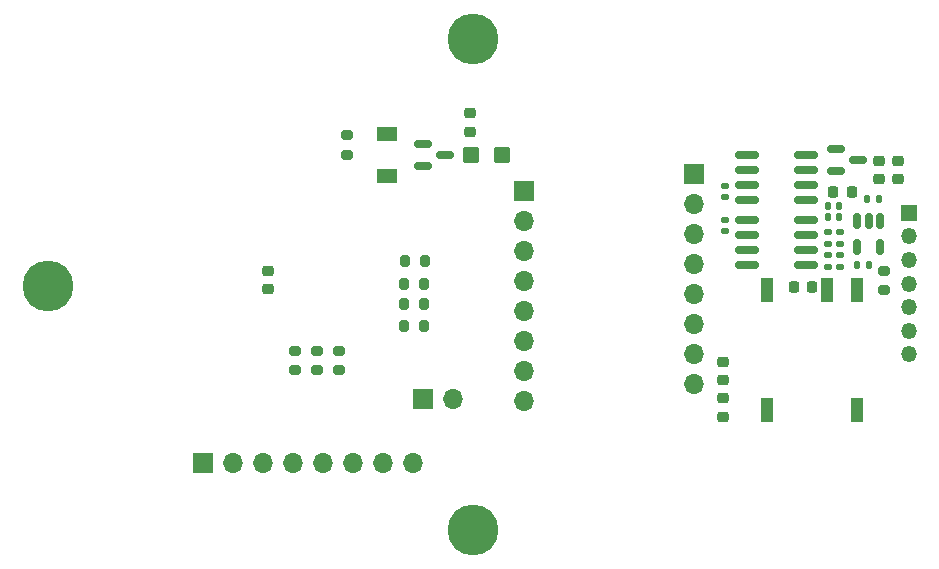
<source format=gbr>
%TF.GenerationSoftware,KiCad,Pcbnew,(6.0.8-1)-1*%
%TF.CreationDate,2022-11-22T09:59:05-05:00*%
%TF.ProjectId,encoder_driver,656e636f-6465-4725-9f64-72697665722e,rev?*%
%TF.SameCoordinates,Original*%
%TF.FileFunction,Soldermask,Top*%
%TF.FilePolarity,Negative*%
%FSLAX46Y46*%
G04 Gerber Fmt 4.6, Leading zero omitted, Abs format (unit mm)*
G04 Created by KiCad (PCBNEW (6.0.8-1)-1) date 2022-11-22 09:59:05*
%MOMM*%
%LPD*%
G01*
G04 APERTURE LIST*
G04 Aperture macros list*
%AMRoundRect*
0 Rectangle with rounded corners*
0 $1 Rounding radius*
0 $2 $3 $4 $5 $6 $7 $8 $9 X,Y pos of 4 corners*
0 Add a 4 corners polygon primitive as box body*
4,1,4,$2,$3,$4,$5,$6,$7,$8,$9,$2,$3,0*
0 Add four circle primitives for the rounded corners*
1,1,$1+$1,$2,$3*
1,1,$1+$1,$4,$5*
1,1,$1+$1,$6,$7*
1,1,$1+$1,$8,$9*
0 Add four rect primitives between the rounded corners*
20,1,$1+$1,$2,$3,$4,$5,0*
20,1,$1+$1,$4,$5,$6,$7,0*
20,1,$1+$1,$6,$7,$8,$9,0*
20,1,$1+$1,$8,$9,$2,$3,0*%
G04 Aperture macros list end*
%ADD10RoundRect,0.225000X0.225000X0.250000X-0.225000X0.250000X-0.225000X-0.250000X0.225000X-0.250000X0*%
%ADD11C,4.300000*%
%ADD12RoundRect,0.225000X-0.250000X0.225000X-0.250000X-0.225000X0.250000X-0.225000X0.250000X0.225000X0*%
%ADD13RoundRect,0.200000X0.200000X0.275000X-0.200000X0.275000X-0.200000X-0.275000X0.200000X-0.275000X0*%
%ADD14RoundRect,0.140000X0.170000X-0.140000X0.170000X0.140000X-0.170000X0.140000X-0.170000X-0.140000X0*%
%ADD15RoundRect,0.225000X0.250000X-0.225000X0.250000X0.225000X-0.250000X0.225000X-0.250000X-0.225000X0*%
%ADD16RoundRect,0.200000X0.275000X-0.200000X0.275000X0.200000X-0.275000X0.200000X-0.275000X-0.200000X0*%
%ADD17RoundRect,0.135000X-0.185000X0.135000X-0.185000X-0.135000X0.185000X-0.135000X0.185000X0.135000X0*%
%ADD18R,1.700000X1.700000*%
%ADD19O,1.700000X1.700000*%
%ADD20RoundRect,0.135000X0.135000X0.185000X-0.135000X0.185000X-0.135000X-0.185000X0.135000X-0.185000X0*%
%ADD21RoundRect,0.225000X-0.225000X-0.250000X0.225000X-0.250000X0.225000X0.250000X-0.225000X0.250000X0*%
%ADD22RoundRect,0.140000X-0.170000X0.140000X-0.170000X-0.140000X0.170000X-0.140000X0.170000X0.140000X0*%
%ADD23RoundRect,0.150000X-0.825000X-0.150000X0.825000X-0.150000X0.825000X0.150000X-0.825000X0.150000X0*%
%ADD24R,1.350000X1.350000*%
%ADD25O,1.350000X1.350000*%
%ADD26RoundRect,0.150000X0.825000X0.150000X-0.825000X0.150000X-0.825000X-0.150000X0.825000X-0.150000X0*%
%ADD27RoundRect,0.135000X0.185000X-0.135000X0.185000X0.135000X-0.185000X0.135000X-0.185000X-0.135000X0*%
%ADD28RoundRect,0.150000X-0.587500X-0.150000X0.587500X-0.150000X0.587500X0.150000X-0.587500X0.150000X0*%
%ADD29RoundRect,0.200000X-0.275000X0.200000X-0.275000X-0.200000X0.275000X-0.200000X0.275000X0.200000X0*%
%ADD30RoundRect,0.150000X-0.150000X0.512500X-0.150000X-0.512500X0.150000X-0.512500X0.150000X0.512500X0*%
%ADD31R,1.700000X1.300000*%
%ADD32R,1.000000X2.100000*%
%ADD33RoundRect,0.135000X-0.135000X-0.185000X0.135000X-0.185000X0.135000X0.185000X-0.135000X0.185000X0*%
%ADD34RoundRect,0.140000X-0.140000X-0.170000X0.140000X-0.170000X0.140000X0.170000X-0.140000X0.170000X0*%
%ADD35RoundRect,0.250000X-0.450000X-0.425000X0.450000X-0.425000X0.450000X0.425000X-0.450000X0.425000X0*%
G04 APERTURE END LIST*
D10*
%TO.C,C4*%
X146205400Y-82206400D03*
X144655400Y-82206400D03*
%TD*%
D11*
%TO.C,REF\u002A\u002A*%
X117490000Y-102744000D03*
%TD*%
%TO.C,REF\u002A\u002A*%
X117490000Y-61176000D03*
%TD*%
%TO.C,REF\u002A\u002A*%
X81500000Y-82120000D03*
%TD*%
D12*
%TO.C,C15*%
X153450000Y-71505000D03*
X153450000Y-73055000D03*
%TD*%
D13*
%TO.C,R6*%
X113325000Y-83600000D03*
X111675000Y-83600000D03*
%TD*%
D14*
%TO.C,C5*%
X138800000Y-74560000D03*
X138800000Y-73600000D03*
%TD*%
D15*
%TO.C,C10*%
X138700000Y-90080000D03*
X138700000Y-88530000D03*
%TD*%
D16*
%TO.C,R15*%
X152263000Y-82435000D03*
X152263000Y-80785000D03*
%TD*%
D17*
%TO.C,R11*%
X148600000Y-79460000D03*
X148600000Y-80480000D03*
%TD*%
D18*
%TO.C,J2*%
X94670000Y-97040000D03*
D19*
X97210000Y-97040000D03*
X99750000Y-97040000D03*
X102290000Y-97040000D03*
X104830000Y-97040000D03*
X107370000Y-97040000D03*
X109910000Y-97040000D03*
X112450000Y-97040000D03*
%TD*%
D20*
%TO.C,R12*%
X151020000Y-80280000D03*
X150000000Y-80280000D03*
%TD*%
D21*
%TO.C,C16*%
X148025000Y-74080000D03*
X149575000Y-74080000D03*
%TD*%
D15*
%TO.C,C2*%
X117250000Y-69000000D03*
X117250000Y-67450000D03*
%TD*%
D18*
%TO.C,J5*%
X136200000Y-72605000D03*
D19*
X136200000Y-75145000D03*
X136200000Y-77685000D03*
X136200000Y-80225000D03*
X136200000Y-82765000D03*
X136200000Y-85305000D03*
X136200000Y-87845000D03*
X136200000Y-90385000D03*
%TD*%
D18*
%TO.C,J1*%
X121847906Y-73999302D03*
D19*
X121847906Y-76539302D03*
X121847906Y-79079302D03*
X121847906Y-81619302D03*
X121847906Y-84159302D03*
X121847906Y-86699302D03*
X121847906Y-89239302D03*
X121847906Y-91779302D03*
%TD*%
D22*
%TO.C,C6*%
X138800000Y-76480000D03*
X138800000Y-77440000D03*
%TD*%
D23*
%TO.C,U6*%
X140725000Y-76466000D03*
X140725000Y-77736000D03*
X140725000Y-79006000D03*
X140725000Y-80276000D03*
X145675000Y-80276000D03*
X145675000Y-79006000D03*
X145675000Y-77736000D03*
X145675000Y-76466000D03*
%TD*%
D13*
%TO.C,R4*%
X113425000Y-80000000D03*
X111775000Y-80000000D03*
%TD*%
D24*
%TO.C,J4*%
X154400000Y-75880000D03*
D25*
X154400000Y-77880000D03*
X154400000Y-79880000D03*
X154400000Y-81880000D03*
X154400000Y-83880000D03*
X154400000Y-85880000D03*
X154400000Y-87880000D03*
%TD*%
D18*
%TO.C,J3*%
X113250000Y-91650000D03*
D19*
X115790000Y-91650000D03*
%TD*%
D17*
%TO.C,R14*%
X147600000Y-77470000D03*
X147600000Y-78490000D03*
%TD*%
D12*
%TO.C,C9*%
X138700000Y-91605000D03*
X138700000Y-93155000D03*
%TD*%
D26*
%TO.C,U5*%
X145675000Y-74785000D03*
X145675000Y-73515000D03*
X145675000Y-72245000D03*
X145675000Y-70975000D03*
X140725000Y-70975000D03*
X140725000Y-72245000D03*
X140725000Y-73515000D03*
X140725000Y-74785000D03*
%TD*%
D27*
%TO.C,R13*%
X147600000Y-80480000D03*
X147600000Y-79460000D03*
%TD*%
D28*
%TO.C,Q1*%
X113252500Y-70060000D03*
X113252500Y-71960000D03*
X115127500Y-71010000D03*
%TD*%
D29*
%TO.C,R2*%
X104300000Y-87575000D03*
X104300000Y-89225000D03*
%TD*%
D28*
%TO.C,U3*%
X148200000Y-70480000D03*
X148200000Y-72380000D03*
X150075000Y-71430000D03*
%TD*%
D30*
%TO.C,U2*%
X151950000Y-76542500D03*
X151000000Y-76542500D03*
X150050000Y-76542500D03*
X150050000Y-78817500D03*
X151950000Y-78817500D03*
%TD*%
D31*
%TO.C,D1*%
X110250000Y-72750000D03*
X110250000Y-69250000D03*
%TD*%
D15*
%TO.C,C1*%
X100150000Y-82325000D03*
X100150000Y-80775000D03*
%TD*%
D32*
%TO.C,U4*%
X150010000Y-82400000D03*
X147470000Y-82400000D03*
X142390000Y-82400000D03*
X142390000Y-92560000D03*
X150010000Y-92560000D03*
%TD*%
D12*
%TO.C,C17*%
X151850000Y-71505000D03*
X151850000Y-73055000D03*
%TD*%
D17*
%TO.C,R9*%
X148600000Y-77470000D03*
X148600000Y-78490000D03*
%TD*%
D29*
%TO.C,R3*%
X106200000Y-87575000D03*
X106200000Y-89225000D03*
%TD*%
D33*
%TO.C,R10*%
X150890000Y-74680000D03*
X151910000Y-74680000D03*
%TD*%
D34*
%TO.C,C11*%
X147520000Y-76280000D03*
X148480000Y-76280000D03*
%TD*%
D13*
%TO.C,R7*%
X113325000Y-85500000D03*
X111675000Y-85500000D03*
%TD*%
%TO.C,R5*%
X113325000Y-81900000D03*
X111675000Y-81900000D03*
%TD*%
D35*
%TO.C,C3*%
X117300000Y-71000000D03*
X120000000Y-71000000D03*
%TD*%
D29*
%TO.C,R1*%
X102400000Y-87575000D03*
X102400000Y-89225000D03*
%TD*%
D34*
%TO.C,C8*%
X147520000Y-75280000D03*
X148480000Y-75280000D03*
%TD*%
D29*
%TO.C,R8*%
X106831600Y-69313400D03*
X106831600Y-70963400D03*
%TD*%
M02*

</source>
